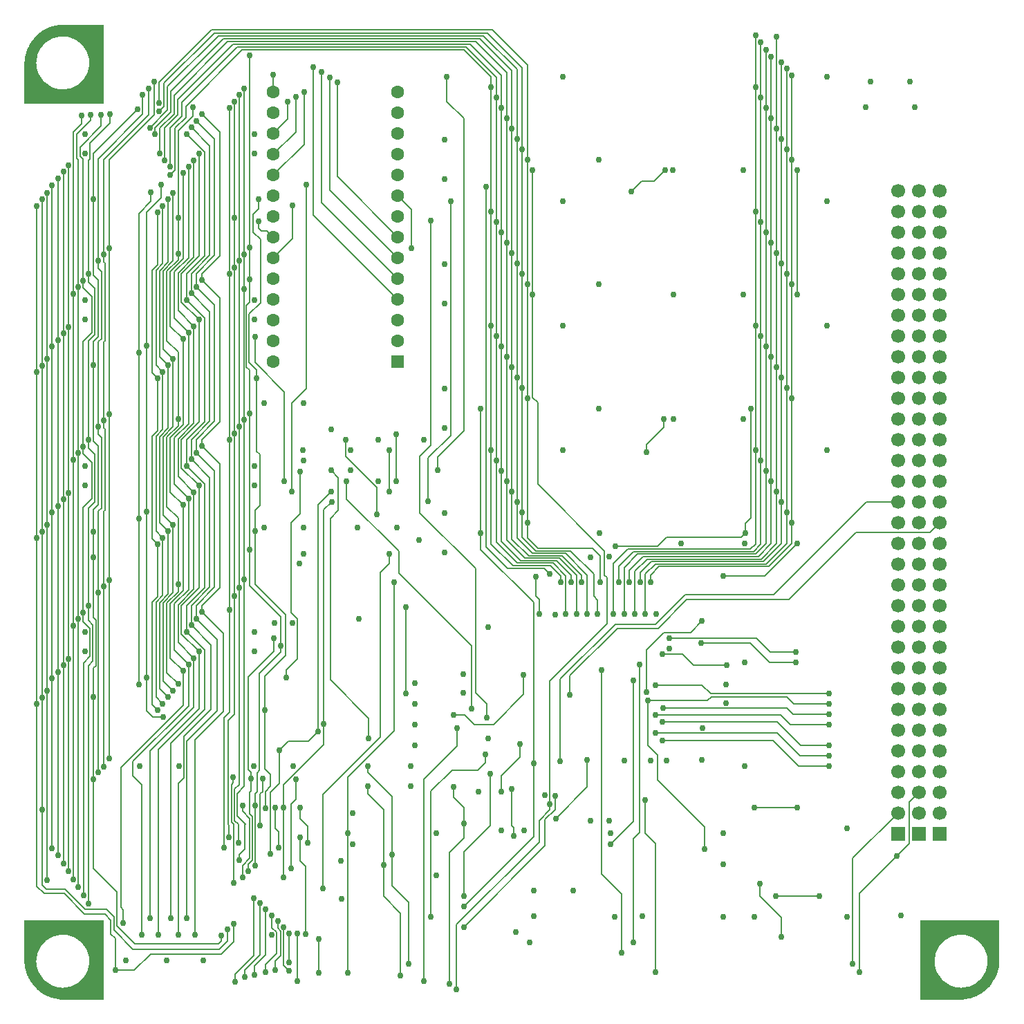
<source format=gbr>
G04 PCB Fabrication Data in Gerber  Example 1, created by Karel Tavernier, Filip Vermeire and Thomas Weyn*
G04 Ucamco copyright*
%TF.GenerationSoftware,Ucamco,UcamX,1.1.0-140320*%
%TF.CreationDate,2014-06-18T00:00;00+01:00*%
%FSLAX35Y35*%
%MOMM*%
%TF.FileFunction,Copper,L4,Bot,Signal*%
%TF.FilePolarity,Positive*%
%TF.Part,Single*%
%TF.SameCoordinates,f8d53b1f8c81977d8c3d0dffcc4c4bd6e6770c0f*%
%TA.AperFunction,Conductor*%
%ADD10C,0.15000*%
%TA.AperFunction,ViaPad*%
%ADD11C,0.75000*%
%TA.AperFunction,ComponentPad*%
%ADD12C,1.60000*%
%ADD13C,1.70000*%
%ADD14R,1.60000X1.60000*%
%ADD15R,1.70000X1.70000*%
%TA.AperFunction,Conductor*%
%ADD16C,0*%
G01*
G75*
%LPD*%
D10*
X7664999Y3689998D02*
X8394995D01*
X8439999Y3734999D01*
X9369999D01*
X9454495Y3650498D01*
X9882998D01*
X8359999Y1874998D02*
Y2145000D01*
X7784999Y2720000D01*
Y3024998D01*
X7664999Y3144998D01*
Y3689998D01*
X9034999Y1450000D02*
Y1299998D01*
X9299997Y1034999D01*
Y795000D01*
X9234998Y1299998D02*
X9764997D01*
X8964999Y2379998D02*
X9494998D01*
X7754999Y3515000D02*
X9289994D01*
X9408498Y3396498D01*
X9882998D01*
X7209999Y1934998D02*
X7484999Y2209998D01*
Y3943498D01*
X7754999Y3294997D02*
X9249994D01*
X9529499Y3015498D01*
X9885815D01*
X7844999Y3429998D02*
X9244998D01*
X9532498Y3142498D01*
X9882998D01*
X7854999Y3599998D02*
X9364998D01*
X9441498Y3523498D01*
X9882998D01*
X5009998Y1044999D02*
Y2584999D01*
X5264999Y2840000D01*
X5579999D01*
X5674998Y2934998D01*
Y3029999D01*
X7759738Y3883498D02*
X8327037D01*
X8433039Y3777498D01*
X9882998D01*
X5009998Y9569999D02*
Y6814998D01*
X4874999Y6679997D01*
Y5989998D01*
X5554998Y5310000D01*
Y3789998D01*
X5694998Y3649998D01*
Y3485000D01*
X4705000Y3779998D02*
Y4834999D01*
X3369999Y839999D02*
Y260000D01*
X4919998Y260000D02*
Y2730000D01*
X5328499Y3138498D01*
Y3353499D01*
X5284999Y3515000D02*
X5424998D01*
X5539999Y3399999D01*
X5774998D01*
X6144999Y3769998D01*
Y4004999D01*
X5410000Y919998D02*
X6407549Y1917548D01*
Y2234669D01*
X6529997Y2357118D01*
Y2524999D01*
X2474999Y1889999D02*
Y3485000D01*
X2539998Y3549998D01*
Y4806137D01*
Y6885999D01*
X2539998Y8917999D02*
Y6885999D01*
X2539998Y10949999D02*
Y8917999D01*
X3104998Y2381819D02*
Y2125759D01*
X3144998Y2085759D01*
Y1889999D01*
X4499999Y6761998D02*
Y6254999D01*
X5410000Y1299998D02*
Y1839999D01*
X5733248Y2163250D01*
Y2796289D01*
X7344994Y599999D02*
Y1319998D01*
X7094995Y1570000D01*
Y4063500D01*
X7840896Y4263499D02*
X8084147D01*
X8222338Y4125308D01*
X8626818D01*
X7484999Y729999D02*
Y1999999D01*
X7564999Y2079999D01*
Y4134998D01*
X4974999Y6129998D02*
Y6664998D01*
X5249997Y6939999D01*
Y9809998D01*
X6535047Y2246559D02*
X6919999Y2631509D01*
Y2964998D01*
X9885815Y2888498D02*
X9511498D01*
X9194998Y3204998D01*
X7844999D01*
X3078996Y9365498D02*
X2999496Y9444998D01*
X2929997D01*
X2897386Y9477609D01*
Y9559999D01*
X304998Y1490000D02*
Y3810998D01*
Y5842998D01*
Y7874998D01*
Y9909998D01*
X3634999Y774997D02*
Y354998D01*
X5618996Y5745998D02*
Y5540998D01*
X6264999Y4894999D01*
Y2924998D01*
X5618996Y7269998D02*
Y5745998D01*
X6264999Y2924998D02*
Y2029999D01*
X5410000Y1174999D01*
X8857496Y5745998D02*
X8806498Y5694998D01*
X7894996D01*
X7779997Y5579999D01*
X7264997D01*
X8924499Y7269998D02*
Y5927758D01*
X8857496Y5860758D01*
Y5745998D01*
X3964999Y6889999D02*
Y6684287D01*
X4349999Y6299289D01*
Y5975000D01*
X8584997Y5219997D02*
X9095039D01*
X9492496Y5617459D01*
Y5618998D01*
X3239999Y3972499D02*
Y4070719D01*
X3375000Y4205720D01*
Y4695419D01*
X3298688Y4771728D01*
Y5866369D01*
X3409999Y5977679D01*
Y6499997D01*
X5089998Y6509997D02*
Y6674998D01*
X5414998Y6999999D01*
Y10819999D01*
X5204999Y11029999D01*
Y11334999D01*
X7644996Y6734998D02*
Y6824998D01*
X7859997Y7039999D01*
Y7139999D01*
X4584995Y6379998D02*
Y6954998D01*
X2852738Y8144259D02*
Y7833208D01*
X3214998Y7470948D01*
Y6379998D01*
X3304995Y6254999D02*
Y7334997D01*
X3479998Y7509998D01*
Y10009998D01*
X3784999Y6509997D02*
X3874999Y6419998D01*
Y6019757D01*
X3776896Y5921660D01*
Y3946878D01*
X4246210Y3477568D01*
Y3227500D01*
X7646205Y3796218D02*
Y4315910D01*
X7857018Y4526720D01*
X8188158D01*
X8326138Y4664698D01*
X10983999Y2570998D02*
X10864998Y2451999D01*
Y1939999D01*
X10714058Y1789059D01*
X3990000Y2065000D02*
Y360002D01*
X4557698Y5145979D02*
Y3322699D01*
X3990000Y2754999D01*
Y2065000D01*
X7629998Y2474999D02*
Y2069999D01*
X7754999Y1944998D01*
Y364998D01*
X10254999Y364998D02*
Y1329998D01*
X10714058Y1789059D01*
X1432446Y3892499D02*
Y5924499D01*
Y7956497D01*
Y9658498D01*
X1581569Y9807618D01*
Y9920509D01*
X3683706Y1394049D02*
Y2543488D01*
X4389758Y3249539D01*
Y5260668D01*
X4498549Y5369459D01*
Y5490820D01*
X5685120Y9982337D02*
Y5574269D01*
X5950329Y5309057D01*
X6397188D01*
X6463498Y5242748D01*
X4602996Y9873498D02*
X4769998Y9706498D01*
Y9234998D01*
X180000Y3650999D02*
Y1419997D01*
X270000Y1329998D01*
X518008D01*
X768010Y1079998D01*
X1014997D01*
X1089998Y1005000D01*
Y835000D01*
X1144999Y779999D01*
Y388481D01*
X180000Y5682999D02*
Y3650999D01*
X180000Y7714999D02*
Y5682999D01*
X180000Y9749999D02*
Y7714999D01*
X1144999Y388481D02*
X1373310D01*
X1574828Y589999D01*
X2444999D01*
X2594999Y739999D01*
Y959998D01*
X2599998Y4974999D02*
Y3525000D01*
X2524999Y3449998D01*
Y2175000D01*
X2534996Y2165000D01*
Y2019999D01*
X2599998Y6965999D02*
Y4974999D01*
X2599998Y8997999D02*
Y6965999D01*
X2599998Y9604998D02*
Y8997999D01*
X2599998Y11029999D02*
Y9604998D01*
X3405000Y2019999D02*
Y1729999D01*
X3469998Y1664998D01*
Y835000D01*
X3078996Y9111498D02*
X3314995Y9347497D01*
Y9754997D01*
X1914998Y3893998D02*
X1774995Y4033998D01*
Y4885998D01*
X1914998Y5026000D01*
Y5114747D01*
Y5925998D01*
X1774995Y6065998D01*
Y6917998D01*
X1914998Y7057997D01*
Y7143298D01*
Y7957998D01*
X1774995Y8097998D01*
Y8949998D01*
X1914998Y9089997D01*
Y9165308D01*
Y9604998D01*
Y10670967D01*
X2090618Y10846588D01*
Y10955008D01*
X1849999Y3813998D02*
X1729999Y3933998D01*
Y4890999D01*
X1849999Y5010999D01*
Y5845998D01*
X1729999Y5965998D01*
Y6922999D01*
X1849999Y7042999D01*
Y7877998D01*
X1729999Y7997998D01*
Y8954999D01*
X1849999Y9074999D01*
Y9909998D01*
X2944998Y2740000D02*
Y2576939D01*
X2914998Y2546940D01*
Y2159998D01*
X1789999Y3733998D02*
X1684998Y3838999D01*
Y4890999D01*
X1789999Y4996000D01*
Y5765998D01*
X1684998Y5870999D01*
Y6922999D01*
X1789999Y7027997D01*
Y7797998D01*
X1684998Y7902997D01*
Y8954999D01*
X1789999Y9059997D01*
Y9829998D01*
X1724998Y3653999D02*
X1642999Y3736000D01*
Y4895998D01*
X1724998Y4977999D01*
Y5685999D01*
X1642999Y5768000D01*
Y6927998D01*
X1724998Y7009999D01*
Y7717999D01*
X1642999Y7799997D01*
Y8959998D01*
X1724998Y9041999D01*
Y9749999D01*
X1664998Y3573999D02*
X1597998Y3640999D01*
Y4895998D01*
X1664998Y4962998D01*
Y5605999D01*
X1597998Y5672999D01*
Y6927998D01*
X1664998Y6994998D01*
Y7637999D01*
X1597998Y7704999D01*
Y8959998D01*
X1664998Y9026998D01*
Y9669999D01*
X2851839Y5771518D02*
Y5118458D01*
X3229059Y4741238D01*
Y4247678D01*
X2975869Y3994488D01*
Y3572498D01*
X2876799Y7636498D02*
Y6741628D01*
X2912639Y6705788D01*
Y6079617D01*
X2851839Y6018817D01*
Y5771518D01*
X2898049Y9834619D02*
Y9714817D01*
X2828928Y9645699D01*
Y9429118D01*
X2919997Y9338049D01*
Y8563519D01*
X2780000Y8423519D01*
Y7835547D01*
X2876799Y7738748D01*
Y7636498D01*
X2975869Y3572498D02*
Y2859139D01*
X3043708Y2791298D01*
Y2640508D01*
X2979870Y2576668D01*
Y2375810D01*
X3204998Y1527419D02*
Y2379998D01*
Y2664999D01*
X3694999Y3154998D01*
Y3405000D01*
Y6030257D01*
X3791738Y6126998D01*
X3148668Y3086979D02*
Y2677838D01*
X3039870Y2569038D01*
Y1819009D01*
X3041150Y1817728D01*
X3624999Y3314997D02*
X3506795Y3196799D01*
X3258488D01*
X3148668Y3086979D01*
X3788418Y6253998D02*
X3624999Y6090577D01*
Y3314997D01*
X3973630Y6380998D02*
Y6161669D01*
X4612988Y5522308D01*
Y5255550D01*
X5505788Y4362747D01*
Y3595010D01*
X244998Y2359998D02*
Y1434999D01*
X294998Y1384999D01*
X524995D01*
X774995Y1134999D01*
X1034997D01*
X1124999Y1044999D01*
Y879998D01*
X1359998Y644998D01*
X2414999D01*
X2514999Y744997D01*
Y889998D01*
X244998Y3730999D02*
Y2359998D01*
X244998Y5762999D02*
Y3730999D01*
X244998Y7794999D02*
Y5762999D01*
X244998Y9829998D02*
Y7794999D01*
X6334999Y4749998D02*
Y4929150D01*
X6290818Y4973328D01*
Y5211359D01*
X4602996Y9365498D02*
X3859998Y10108499D01*
Y11264999D01*
X875000Y2724999D02*
Y1634998D01*
X1159995Y1349998D01*
Y929998D01*
X1379995Y709999D01*
X2409995D01*
X2444999Y744997D01*
Y815000D01*
X875000Y3732500D02*
Y2724999D01*
X875000Y5448318D02*
Y4709998D01*
X905000Y4679999D01*
Y4120000D01*
X875000Y4090000D01*
Y3732500D01*
X875000Y5759100D02*
Y5448318D01*
X875000Y7796497D02*
Y6867998D01*
X935000Y6807998D01*
Y6090877D01*
X875000Y6030877D01*
Y5759100D01*
X875000Y9828497D02*
Y8899998D01*
X935000Y8839998D01*
Y8151168D01*
X875000Y8091168D01*
Y7796497D01*
X1414999Y10931909D02*
X875000Y10391907D01*
Y9828497D01*
X4602996Y9111498D02*
X3769998Y9944499D01*
Y11324999D01*
X935000Y2810000D02*
Y5016000D01*
Y6011708D01*
X975000Y6051708D01*
Y6912999D01*
X935000Y6952999D01*
Y7047997D01*
Y8085818D01*
X975000Y8125818D01*
Y8944999D01*
X935000Y8984999D01*
Y9079997D01*
Y10326909D01*
X1480000Y10871909D01*
Y11109998D01*
X2584999Y2754999D02*
Y2684999D01*
X2564996Y2664999D01*
Y2205000D01*
X2594999Y2175000D01*
Y1454999D01*
X4602996Y8857498D02*
X3669995Y9790499D01*
Y11389998D01*
X1005000Y5090998D02*
Y2884998D01*
X1005000Y7122998D02*
Y7027997D01*
X1014997Y7017997D01*
Y6024057D01*
X1005000Y6014057D01*
Y5090998D01*
X1005000Y9154998D02*
Y9059997D01*
X1014997Y9049997D01*
Y8095869D01*
X1005000Y8085869D01*
Y7122998D01*
X1550000Y11189998D02*
Y10861157D01*
X1005000Y10316157D01*
Y9154998D01*
X2699997Y1530000D02*
Y1669999D01*
X2790000Y1759999D01*
Y2249998D01*
X2699997Y2339998D01*
Y2409998D01*
X4602996Y8603498D02*
X3569998Y9636499D01*
Y11449998D01*
X1069998Y5170998D02*
Y2984998D01*
X1069998Y7202998D02*
Y5170998D01*
X1069998Y9234998D02*
Y7202998D01*
X1620000Y11269998D02*
Y10864368D01*
X1069998Y10314369D01*
Y9234998D01*
X2770000Y1604998D02*
Y1689999D01*
X2820000Y1739999D01*
Y2275000D01*
X2788996Y2305998D01*
Y2564999D01*
X2804996Y2580998D01*
Y2740000D01*
Y2810000D01*
X2770000Y2844998D01*
Y3984508D01*
X3083088Y4297599D01*
Y4458109D01*
X2784996Y5541379D02*
Y5099998D01*
X3164998Y4719998D01*
Y4366588D01*
X2784996Y7205998D02*
Y5541379D01*
X2784996Y8849998D02*
Y8566658D01*
X2750000Y8531657D01*
Y7773749D01*
X2784996Y7738748D01*
Y7205998D01*
X2784996Y9237998D02*
Y8849998D01*
X2785278Y11596797D02*
X2784996Y11596518D01*
Y9237998D01*
X2854998Y2404999D02*
Y1669999D01*
X3164998Y4366588D02*
Y4283289D01*
X2910000Y4028288D01*
Y2834998D01*
X2880000Y2804998D01*
Y2579998D01*
X2854998Y2554999D01*
Y2404999D01*
X2720000Y5174999D02*
Y2639998D01*
X2634999Y2554999D01*
Y2279998D01*
X2734999Y2179998D01*
X2730000D01*
Y1875859D01*
X2657658Y1803520D01*
Y1737218D01*
X2720000Y7129978D02*
Y5174999D01*
X2720000Y8729998D02*
Y7129978D01*
X2720000Y9157998D02*
Y8729998D01*
X2720000Y11189998D02*
Y9157998D01*
X3299999Y1635069D02*
Y2424999D01*
X3355000Y2479998D01*
Y2724999D01*
X2659995Y5074999D02*
Y2664999D01*
X2604999Y2609998D01*
Y2225000D01*
X2654999Y2175000D01*
Y1949999D01*
X2659995Y7045998D02*
Y5074999D01*
X2659995Y9077998D02*
Y7045998D01*
X2659995Y11109998D02*
Y9077998D01*
X3499998Y1949999D02*
Y2155000D01*
X3405000Y2249998D01*
Y2379998D01*
X1239998Y969998D02*
Y1129998D01*
X1209998Y1159998D01*
Y2870000D01*
X1974998Y3634999D01*
Y4053998D01*
X1814998Y4213997D01*
Y4880999D01*
X1974998Y5040999D01*
Y6085998D01*
X1814998Y6245997D01*
Y6912999D01*
X1974998Y7072999D01*
Y8117998D01*
X1814998Y8277997D01*
Y8944999D01*
X1974998Y9104999D01*
Y10149998D01*
X2834998Y1274999D02*
Y569999D01*
X2609998Y344998D01*
Y244998D01*
X9428996Y5872998D02*
Y5617020D01*
X9146977Y5334998D01*
X7799997D01*
X7694999Y5229997D01*
Y5144999D01*
X9428996Y7396998D02*
Y5872998D01*
X9428996Y8793998D02*
Y7396998D01*
X9428996Y10317998D02*
Y8793998D01*
X9428996Y11344999D02*
Y10317998D01*
X1470000Y825000D02*
Y2659997D01*
X1359998Y2770000D01*
Y2944998D01*
X2039999Y3624999D01*
Y4133998D01*
X1864998Y4308998D01*
Y4875998D01*
X2039999Y5050999D01*
Y6165998D01*
X1864998Y6340998D01*
Y6907998D01*
X2039999Y7082999D01*
Y8197998D01*
X1864998Y8372998D01*
Y8939998D01*
X2039999Y9114999D01*
Y10229998D01*
X2914998Y1209998D02*
Y579999D01*
X2724999Y389999D01*
Y304998D01*
X9364998Y11429998D02*
Y10444998D01*
X9365496D01*
X9365496Y5999998D02*
Y5613949D01*
X9116545Y5364998D01*
X7759995D01*
X7634996Y5240000D01*
Y4755000D01*
X9365496Y7523998D02*
Y5999998D01*
X9365496Y8920998D02*
Y7523998D01*
X9365496Y10444998D02*
Y8920998D01*
X689999Y1409997D02*
Y4690999D01*
Y6722999D01*
Y8754999D01*
Y10314999D01*
X674998Y10329997D01*
Y10624998D01*
X845000Y10794998D01*
Y10864998D01*
X1564998Y10704998D02*
X1783388Y10923387D01*
Y11210077D01*
X2404349Y11831038D01*
X5653956D01*
X6063496Y11421499D01*
Y10571998D01*
X6063496Y6126998D02*
Y5686499D01*
X6254999Y5494998D01*
X6654998D01*
X6919999Y5229997D01*
Y4755000D01*
X6063496Y7650998D02*
Y6126998D01*
X6063496Y9047998D02*
Y7650998D01*
X6063496Y10571998D02*
Y9047998D01*
X629996Y1504999D02*
Y4610999D01*
Y6642999D01*
Y8674999D01*
Y10654998D01*
X729999Y10754998D01*
Y10854998D01*
X1630000Y10624998D02*
Y10707198D01*
X1822699Y10899897D01*
Y11153648D01*
X2463610Y11794559D01*
X5610439D01*
X5999996Y11404999D01*
Y10698998D01*
X5999996Y6253998D02*
Y5669999D01*
X6204999Y5464998D01*
X6614996D01*
X6854995Y5224999D01*
Y5144999D01*
X5999996Y7777998D02*
Y6253998D01*
X5999996Y9174998D02*
Y7777998D01*
X5999996Y10698998D02*
Y9174998D01*
X569999Y1600000D02*
Y4205999D01*
Y6237999D01*
Y8269999D01*
Y10249998D01*
X1689997Y10389997D02*
Y10703507D01*
X1862648Y10876158D01*
Y11106298D01*
X2518268Y11761917D01*
X5553078D01*
X5936496Y11378499D01*
Y10825998D01*
X5936496Y6380998D02*
Y5658498D01*
X6159998Y5434998D01*
X6579997D01*
X6789999Y5224999D01*
Y4755000D01*
X5936496Y7904998D02*
Y6380998D01*
X5936496Y9301998D02*
Y7904998D01*
X5936496Y10825998D02*
Y9301998D01*
X509999Y1694998D02*
Y4125999D01*
Y6157999D01*
Y8189999D01*
Y10169998D01*
X1749999Y10309997D02*
Y10704139D01*
X1907939Y10862079D01*
Y11053029D01*
X2586109Y11731199D01*
X5488798D01*
X5872996Y11346998D01*
Y10952998D01*
X5872996Y6507998D02*
Y5641998D01*
X6109998Y5404998D01*
X6544999D01*
X6724998Y5224999D01*
Y5144999D01*
X5872996Y8031998D02*
Y6507998D01*
X5872996Y9428998D02*
Y8031998D01*
X5872996Y10952998D02*
Y9428998D01*
X444998Y1794998D02*
Y4040998D01*
Y6072998D01*
Y8104998D01*
Y10089998D01*
X1814998Y10229998D02*
Y10703997D01*
X1960408Y10849407D01*
Y11021017D01*
X2634110Y11694719D01*
X5440276D01*
X5809496Y11325497D01*
Y11079998D01*
X5809496Y6634998D02*
Y5630500D01*
X6064997Y5374998D01*
X6504999D01*
X6659997Y5219997D01*
Y4755000D01*
X5809496Y8158998D02*
Y6634998D01*
X5809496Y9555998D02*
Y8158998D01*
X5809496Y11079998D02*
Y9555998D01*
X370000Y1884998D02*
Y3965999D01*
Y5997999D01*
Y8029997D01*
Y10004999D01*
X1814396Y10129998D02*
X1874998Y10190597D01*
Y10701038D01*
X2005056Y10831099D01*
Y10969928D01*
X2693365Y11658237D01*
X5416759D01*
X5745996Y11328997D01*
Y11206998D01*
X5745996Y6761998D02*
Y5608998D01*
X6009998Y5344998D01*
X6469995D01*
X6594996Y5219997D01*
Y5144999D01*
X5745996Y8285998D02*
Y6761998D01*
X5745996Y9682998D02*
Y8285998D01*
X5745996Y11206998D02*
Y9682998D01*
X2105000Y4213997D02*
Y3609998D01*
X1570000Y3074998D01*
Y1024999D01*
X2105000Y6245997D02*
Y5057999D01*
X1912999Y4865998D01*
Y4405999D01*
X2105000Y4213997D01*
X2105000Y8277997D02*
Y7089999D01*
X1912999Y6897998D01*
Y6437999D01*
X2105000Y6245997D01*
X2105000Y10309997D02*
Y9121999D01*
X1912999Y8929998D01*
Y8469999D01*
X2105000Y8277997D01*
X2850000Y334998D02*
Y445001D01*
X2984998Y579999D01*
Y1134999D01*
X7569998Y5144999D02*
Y5260000D01*
X7704999Y5394998D01*
X9081496D01*
X9301996Y5615498D01*
Y6126998D01*
Y7650998D01*
Y9047998D01*
Y10571998D01*
Y11509998D01*
X3078996Y11143498D02*
Y11354999D01*
X3079999D01*
X1669997Y825000D02*
Y3094998D01*
X2169996Y3594999D01*
Y4294000D01*
X1952999Y4511000D01*
Y4855998D01*
X2169996Y5072997D01*
Y6325997D01*
X1952999Y6542997D01*
Y6887998D01*
X2169996Y7104997D01*
Y8357997D01*
X1952999Y8574997D01*
Y8919998D01*
X2169996Y9136997D01*
Y10389997D01*
X3059999Y1064999D02*
Y909998D01*
X3114998Y855000D01*
Y594998D01*
X2979999Y459999D01*
Y364998D01*
X9238496Y6253998D02*
Y5612798D01*
X9050696Y5424998D01*
X7654996D01*
X7504999Y5274999D01*
Y4755000D01*
X9238496Y7777998D02*
Y6253998D01*
X9238496Y9174998D02*
Y7777998D01*
X9238496Y10698998D02*
Y9174998D01*
X9238496Y11824998D02*
Y10698998D01*
X2014995Y4533999D02*
X2239998Y4308998D01*
Y3584999D01*
X1819999Y3164998D01*
Y1024999D01*
X2014995Y6565999D02*
X2235000Y6345997D01*
Y5076000D01*
X2014995Y4855998D01*
Y4533999D01*
X2014995Y8597999D02*
X2235000Y8377997D01*
Y7107997D01*
X2014995Y6887998D01*
Y6565999D01*
X2014995Y10629999D02*
X2235000Y10409997D01*
Y9139997D01*
X2014995Y8919998D01*
Y8597999D01*
X3104998Y394998D02*
Y504998D01*
X3169996Y569999D01*
Y869999D01*
X3134998Y905000D01*
Y995000D01*
X7439998Y5144999D02*
Y5290000D01*
X7604999Y5454998D01*
X9016609D01*
X9174996Y5613388D01*
Y6380998D01*
Y7904998D01*
Y9301998D01*
Y10825998D01*
Y11574999D01*
X3078996Y10635498D02*
X3254998Y10811498D01*
Y11024997D01*
X2074997Y4613999D02*
X2314997Y4374000D01*
Y3579998D01*
X1984998Y3249999D01*
Y2744999D01*
X1919996Y2679997D01*
Y825000D01*
X2074997Y6645999D02*
X2299998Y6420998D01*
Y5080998D01*
X2074997Y4855998D01*
Y4613999D01*
X2074997Y8677999D02*
X2299998Y8452998D01*
Y7112998D01*
X2074997Y6887998D01*
Y6645999D01*
X2074997Y10709999D02*
X2299998Y10484998D01*
Y9144998D01*
X2074997Y8919998D01*
Y8677999D01*
X3269999Y384998D02*
X3204998Y449999D01*
Y919998D01*
X7374994Y4755000D02*
Y5320000D01*
X7539998Y5484998D01*
X8984379D01*
X9111496Y5612118D01*
Y6507998D01*
Y8031998D01*
Y9428998D01*
Y10952998D01*
Y11664999D01*
X3078996Y10381498D02*
X3355000Y10657497D01*
Y11084997D01*
X2135000Y4693999D02*
X2389998Y4438998D01*
Y3564999D01*
X2019999Y3194998D01*
Y1024999D01*
X2135000Y6725999D02*
X2359998Y6500998D01*
Y5080998D01*
X2135000Y4855998D01*
Y4693999D01*
X2135000Y8757999D02*
X2359998Y8532998D01*
Y7112998D01*
X2135000Y6887998D01*
Y6725999D01*
X2135000Y10789999D02*
X2359998Y10564998D01*
Y9144998D01*
X2135000Y8919998D01*
Y8757999D01*
X3269999Y485001D02*
Y839999D01*
X7309998Y5144999D02*
Y5340000D01*
X7484999Y5514998D01*
X8957879D01*
X9047996Y5605120D01*
Y6634998D01*
Y8158998D01*
Y9555998D01*
Y11079998D01*
Y11754998D01*
X3078996Y10127498D02*
X3455000Y10503497D01*
Y11144997D01*
X2205000Y4773999D02*
X2464999Y4513999D01*
Y3554999D01*
X2119999Y3209999D01*
Y825000D01*
X2205000Y6805999D02*
X2424999Y6585999D01*
Y5070998D01*
X2205000Y4850999D01*
Y4773999D01*
X2205000Y8837999D02*
X2424999Y8617999D01*
Y7102998D01*
X2205000Y6882999D01*
Y6805999D01*
X2205000Y10869999D02*
X2424999Y10649999D01*
Y9134998D01*
X2205000Y8914999D01*
Y8837999D01*
X7244997Y4755000D02*
Y5370000D01*
X7419998Y5544998D01*
X8920267D01*
X8984496Y5609230D01*
Y6761998D01*
Y8285998D01*
Y9682998D01*
Y11206998D01*
Y11834998D01*
X815000Y1204999D02*
Y4120000D01*
X869999Y4174998D01*
Y4619999D01*
X815000Y4675000D01*
Y4850999D01*
Y6047738D01*
X895000Y6127738D01*
Y6707998D01*
X815000Y6787998D01*
Y6882999D01*
Y8096509D01*
X895000Y8176509D01*
Y8739998D01*
X815000Y8819998D01*
Y8914999D01*
Y10309997D01*
X829999Y10324999D01*
Y10514998D01*
X1079998Y10764998D01*
Y10869999D01*
X1679997Y11009999D02*
Y11264377D01*
X2320615Y11904998D01*
X5759999D01*
X6190496Y11474499D01*
Y10317998D01*
X6190496Y5872998D02*
Y5684500D01*
X6319998Y5554998D01*
X6984998D01*
X7079999Y5459999D01*
Y5144999D01*
X6190496Y7396998D02*
Y5872998D01*
X6190496Y8793998D02*
Y7396998D01*
X6190496Y10317998D02*
Y8793998D01*
X749999Y4770999D02*
Y4659999D01*
X835000Y4574997D01*
Y4234998D01*
X754995Y4154998D01*
Y1309998D01*
X749999Y6802999D02*
Y6712999D01*
X855000Y6607998D01*
Y6164608D01*
X749999Y6059607D01*
Y4770999D01*
X749999Y8834999D02*
Y8744999D01*
X855000Y8639998D01*
Y8194939D01*
X749999Y8089938D01*
Y6802999D01*
X969998Y10864998D02*
Y10729999D01*
X709999Y10469997D01*
Y10359997D01*
X749999Y10319997D01*
Y8834999D01*
X6126996Y5999998D02*
Y7523998D01*
Y8920998D01*
Y10444998D01*
Y11442997D01*
X5702478Y11867518D01*
X2356348D01*
X1739999Y11251169D01*
Y10969999D01*
X1679997Y10909999D01*
X7049999Y4755000D02*
Y4923498D01*
X7003499Y4969998D01*
Y5241499D01*
X6719994Y5524998D01*
X6289998D01*
X6126996Y5687998D01*
Y5999998D01*
X5320000Y154999D02*
Y949998D01*
X6331519Y1961518D01*
Y2220819D01*
X6464999Y2354298D01*
Y2419998D01*
X6253996Y8666998D02*
Y7400999D01*
X6314999Y7339998D01*
Y6339998D01*
X7134995Y5519999D01*
Y5229997D01*
X7164997Y5199997D01*
Y4635000D01*
X6464999Y3934999D01*
Y2419998D01*
X6253996Y10190998D02*
Y8666998D01*
X7879596Y10190998D02*
X7739896Y10051298D01*
X7694999Y10049998D01*
X7589998D01*
X7464999Y9924997D01*
X9492496Y8666998D02*
Y10190998D01*
X1525377Y3972499D02*
Y6004499D01*
Y8036499D01*
Y9668998D01*
X1705219Y9848838D01*
Y10013699D01*
X1730939Y3493498D02*
X1599619D01*
X1525377Y3567738D01*
Y3972499D01*
X4234998Y2639998D02*
Y2549998D01*
X4429999Y2354999D01*
Y1679999D01*
Y1294999D01*
X4635000Y1089998D01*
Y324998D01*
X8319999Y4394998D02*
X8919998D01*
X9154996Y4160000D01*
X9474998D01*
X11237999Y5872998D02*
X11115655Y5750659D01*
X10215299D01*
X9390977Y4926338D01*
X8136578D01*
X7787899Y4577659D01*
X7291258D01*
X6712189Y3998588D01*
Y3765629D01*
X5872996Y2579899D02*
Y2770279D01*
X6098497Y2995778D01*
Y3158498D01*
X10729999Y6126998D02*
X10340759D01*
X9204607Y4990849D01*
X8122234D01*
X7755646Y4624258D01*
X7264649D01*
X6593497Y3953109D01*
Y2950269D01*
X5999229Y2607740D02*
Y2159998D01*
X6024575Y2134649D01*
Y2033278D01*
X5234999Y225001D02*
Y1829999D01*
X5410000Y2004998D01*
Y2189998D01*
Y2384999D01*
X5284999Y2509998D01*
Y2634999D01*
X7929997Y4459999D02*
X8989998D01*
X9164996Y4284998D01*
X9474998D01*
X10729999Y2316998D02*
X10174996Y1761998D01*
Y465001D01*
X4234998Y2890000D02*
Y2810000D01*
X4529999Y2514999D01*
Y1809999D01*
Y1424999D01*
X4735000Y1219998D01*
Y465001D01*
D11*
X7664999Y3689998D03*
X8359999Y1874998D03*
X9882998Y3650498D03*
X9034999Y1450000D03*
X9299997Y795000D03*
X9234998Y1299998D03*
X9764997D03*
X8964999Y2379998D03*
X9494998D03*
X7754998Y3515000D03*
X9882998Y3396498D03*
X7209999Y1934997D03*
X7484999Y3943497D03*
X7754998Y3294997D03*
X9885815Y3015498D03*
X7844999Y3429998D03*
X9882998Y3142498D03*
X7854998Y3599998D03*
X9882998Y3523498D03*
X5009998Y1044999D03*
X5674997Y3029999D03*
X7759738Y3883497D03*
X9882998Y3777498D03*
X5009998Y9569999D03*
X5694997Y3485000D03*
X4704999Y3779998D03*
Y4834999D03*
X3369999Y260000D03*
Y839999D03*
X4919998Y260000D03*
X5328499Y3353499D03*
X5284999Y3515000D03*
X6144999Y4004999D03*
X5410000Y919998D03*
X6529997Y2524999D03*
X2474999Y1889999D03*
X2539997Y4806137D03*
Y6885999D03*
Y8917998D03*
Y10949999D03*
X3104998Y2381819D03*
X3144998Y1889999D03*
X4499998Y6254999D03*
Y6761998D03*
X5410000Y1299998D03*
X5733248Y2796289D03*
X7094995Y4063500D03*
X7344994Y599999D03*
X7840896Y4263499D03*
X8626818Y4125308D03*
X7484999Y729998D03*
X7564999Y4134998D03*
X4974999Y6129998D03*
X5249997Y9809998D03*
X6535047Y2246559D03*
X6919999Y2964998D03*
X7844999Y3204997D03*
X9885815Y2888498D03*
X304998Y1490000D03*
Y3810998D03*
Y5842998D03*
Y7874998D03*
Y9909998D03*
X2897385Y9559999D03*
X3634999Y354998D03*
Y774997D03*
X5410000Y1174999D03*
X5618996Y5745998D03*
Y7269998D03*
X6264999Y2924998D03*
X7264997Y5579999D03*
X8857495Y5745998D03*
X8924499Y7269998D03*
X3964999Y6889999D03*
X4349999Y5975000D03*
X8584997Y5219997D03*
X9492496Y5618998D03*
X3239999Y3972499D03*
X3409999Y6499997D03*
X5089998Y6509997D03*
X5204999Y11334999D03*
X7644996Y6734998D03*
X7859997Y7139999D03*
X4584995Y6379997D03*
Y6954997D03*
X2852738Y8144259D03*
X3214997Y6379997D03*
X3304995Y6254999D03*
X3479998Y10009998D03*
X3784999Y6509997D03*
X4246210Y3227499D03*
X7646205Y3796218D03*
X8326138Y4664698D03*
X3990000Y360002D03*
Y2065000D03*
X4557698Y5145979D03*
X7629997Y2474999D03*
X7754998Y364998D03*
X10254998D03*
X10714058Y1789059D03*
X1432446Y3892499D03*
Y5924499D03*
Y7956497D03*
X1581569Y9920509D03*
X3683706Y1394048D03*
X4498549Y5490819D03*
X5685120Y9982337D03*
X6463498Y5242748D03*
X180000Y3650998D03*
Y5682999D03*
Y7714999D03*
Y9749999D03*
X1144999Y388480D03*
X2594998Y959998D03*
X4769998Y9234998D03*
X2534996Y2019998D03*
X2599998Y4974999D03*
Y6965998D03*
Y8997998D03*
Y9604997D03*
Y11029998D03*
X3404999Y2019998D03*
X3469998Y835000D03*
X1914997Y3893998D03*
Y5114747D03*
Y7143298D03*
Y9165308D03*
Y9604997D03*
X2090618Y10955007D03*
X3314995Y9754997D03*
X1849999Y3813998D03*
Y5845998D03*
Y7877998D03*
Y9909998D03*
X2914998Y2159998D03*
X2944998Y2739999D03*
X1789999Y3733998D03*
Y5765998D03*
Y7797998D03*
Y9829998D03*
X1724998Y3653999D03*
Y5685998D03*
Y7717999D03*
Y9749999D03*
X1664998Y3573999D03*
Y5605999D03*
Y7637999D03*
Y9669999D03*
X2851839Y5771517D03*
X2876799Y7636498D03*
X2898048Y9834618D03*
X2975869Y3572498D03*
X2979870Y2375809D03*
X3204997Y1527419D03*
Y2379998D03*
X3694999Y3404999D03*
X3791738Y6126998D03*
X3041150Y1817728D03*
X3148668Y3086979D03*
X3624999Y3314997D03*
X3788418Y6253998D03*
X3973630Y6380998D03*
X5505788Y3595010D03*
X244998Y2359998D03*
Y3730999D03*
Y5762999D03*
Y7794999D03*
Y9829998D03*
X2514999Y889998D03*
X6290818Y5211358D03*
X6334999Y4749998D03*
X875000Y2724999D03*
Y3732499D03*
Y5448318D03*
Y5759100D03*
Y7796497D03*
Y9828497D03*
X1414999Y10931908D03*
X2444999Y815000D03*
X3859998Y11264999D03*
X935000Y2809999D03*
Y5015999D03*
Y7047997D03*
Y9079997D03*
X1480000Y11109998D03*
X2584998Y2754999D03*
X2594998Y1454999D03*
X3769998Y11324999D03*
X1005000Y2884998D03*
Y5090998D03*
Y7122998D03*
Y9154998D03*
X1550000Y11189998D03*
X2699997Y1530000D03*
Y2409997D03*
X3669995Y11389998D03*
X1069998Y2984998D03*
Y5170998D03*
Y7202998D03*
Y9234998D03*
X1620000Y11269998D03*
X2769999Y1604998D03*
X2804996Y2739999D03*
X3083088Y4458109D03*
X3569998Y11449998D03*
X2784995Y5541379D03*
Y7205998D03*
Y8849997D03*
Y9237998D03*
X2785277Y11596796D03*
X2854998Y1669999D03*
Y2404999D03*
X3164997Y4366588D03*
X2657658Y1737218D03*
X2719999Y5174998D03*
Y7129978D03*
Y8729998D03*
Y9157998D03*
Y11189998D03*
X3299998Y1635069D03*
X3354999Y2724999D03*
X2654999Y1949999D03*
X2659995Y5074998D03*
Y7045998D03*
Y9077998D03*
Y11109998D03*
X3404999Y2379998D03*
X3499998Y1949999D03*
X1239998Y969998D03*
X1974998Y4053998D03*
Y6085998D03*
Y8117998D03*
Y10149997D03*
X2609997Y244998D03*
X2834998Y1274998D03*
X7694999Y5144999D03*
X9428995Y5872998D03*
Y7396998D03*
Y8793998D03*
Y10317998D03*
Y11344999D03*
X1470000Y825000D03*
X2039998Y4133998D03*
Y6165998D03*
Y8197998D03*
Y10229997D03*
X2724999Y304998D03*
X2914998Y1209998D03*
X7634996Y4754999D03*
X9364998Y11429998D03*
X9365496Y5999998D03*
Y7523998D03*
Y8920998D03*
Y10444998D03*
X689998Y1409997D03*
Y4690999D03*
Y6722999D03*
Y8754999D03*
X845000Y10864998D03*
X1564998Y10704998D03*
X6063496Y6126998D03*
Y7650998D03*
Y9047998D03*
Y10571998D03*
X6919999Y4754999D03*
X629996Y1504999D03*
Y4610999D03*
Y6642999D03*
Y8674999D03*
X729998Y10854998D03*
X1630000Y10624998D03*
X5999995Y6253998D03*
Y7777998D03*
Y9174998D03*
Y10698998D03*
X6854995Y5144999D03*
X569999Y1600000D03*
Y4205999D03*
Y6237999D03*
Y8269999D03*
Y10249997D03*
X1689996Y10389997D03*
X5936495Y6380998D03*
Y7904998D03*
Y9301998D03*
Y10825998D03*
X6789999Y4754999D03*
X509999Y1694998D03*
Y4125999D03*
Y6157999D03*
Y8189999D03*
Y10169998D03*
X1749999Y10309997D03*
X5872996Y6507998D03*
Y8031998D03*
Y9428998D03*
Y10952998D03*
X6724998Y5144999D03*
X444998Y1794998D03*
Y4040998D03*
Y6072998D03*
Y8104998D03*
Y10089998D03*
X1814997Y10229997D03*
X5809496Y6634998D03*
Y8158998D03*
Y9555998D03*
Y11079998D03*
X6659997Y4754999D03*
X369999Y1884997D03*
Y3965999D03*
Y5997999D03*
Y8029997D03*
Y10004999D03*
X1814396Y10129997D03*
X5745996Y6761998D03*
Y8285998D03*
Y9682998D03*
Y11206998D03*
X6594995Y5144999D03*
X1570000Y1024999D03*
X2105000Y4213997D03*
Y6245997D03*
Y8277997D03*
Y10309997D03*
X2850000Y334998D03*
X2984998Y1134999D03*
X7569998Y5144999D03*
X9301996Y6126998D03*
Y7650998D03*
Y9047998D03*
Y10571998D03*
Y11509998D03*
X1669996Y825000D03*
X2169996Y4294000D03*
Y6325997D03*
Y8357997D03*
Y10389997D03*
X2979999Y364998D03*
X3059999Y1064999D03*
X3079999Y11354999D03*
X7504999Y4754999D03*
X9238495Y6253998D03*
Y7777998D03*
Y9174998D03*
Y10698998D03*
Y11824998D03*
X1819999Y1024999D03*
X2014995Y4533999D03*
Y6565999D03*
Y8597999D03*
Y10629999D03*
X3104998Y394998D03*
X3134997Y995000D03*
X7439998Y5144999D03*
X9174996Y6380998D03*
Y7904998D03*
Y9301998D03*
Y10825998D03*
Y11574999D03*
X1919996Y825000D03*
X2074997Y4613999D03*
Y6645999D03*
Y8677999D03*
Y10709999D03*
X3204997Y919998D03*
X3254997Y11024997D03*
X3269998Y384998D03*
X7374994Y4754999D03*
X9111496Y6507998D03*
Y8031998D03*
Y9428998D03*
Y10952998D03*
Y11664999D03*
X2019998Y1024999D03*
X2135000Y4693999D03*
Y6725999D03*
Y8757999D03*
Y10789999D03*
X3269998Y485000D03*
Y839999D03*
X3354999Y11084997D03*
X7309998Y5144999D03*
X9047996Y6634998D03*
Y8158998D03*
Y9555998D03*
Y11079998D03*
Y11754998D03*
X2119998Y825000D03*
X2205000Y4773999D03*
Y6805999D03*
Y8837998D03*
Y10869999D03*
X3454999Y11144997D03*
X7244997Y4754999D03*
X8984496Y6761998D03*
Y8285998D03*
Y9682998D03*
Y11206998D03*
Y11834998D03*
X815000Y1204999D03*
Y4850998D03*
Y6882999D03*
Y8914999D03*
X1079998Y10869999D03*
X1679997Y11009999D03*
X6190496Y5872998D03*
Y7396998D03*
Y8793998D03*
Y10317998D03*
X7079998Y5144999D03*
X749999Y4770999D03*
Y6802999D03*
Y8834999D03*
X754995Y1309997D03*
X969998Y10864998D03*
X1679997Y10909999D03*
X6126996Y5999998D03*
Y7523998D03*
Y8920998D03*
Y10444998D03*
X7049999Y4754999D03*
X769998Y4298999D03*
Y6330999D03*
Y8362998D03*
Y10394999D03*
X1269998Y509999D03*
X1439997Y2889999D03*
X2219998Y509999D03*
X2836997Y2889999D03*
X2850000Y4528998D03*
Y6560998D03*
Y8592998D03*
Y10624998D03*
X3054995Y825000D03*
X3314995Y4644999D03*
X3444999Y5489999D03*
Y5809999D03*
Y6634998D03*
X3449996Y7334997D03*
X3784999Y7014998D03*
X3904999Y1729999D03*
X4050000Y2314999D03*
X4589999Y5809999D03*
X4864997Y5654997D03*
X4924999Y6889999D03*
X5069998Y1554998D03*
X5174496Y5987298D03*
Y7511298D03*
Y9035298D03*
Y10559298D03*
X5404998Y4019999D03*
X5593595Y2579899D03*
X5709996Y3224998D03*
Y4589999D03*
X6049998Y855000D03*
X6219995Y729998D03*
X6399997Y2529998D03*
X6529997Y4744999D03*
X6622296Y6761998D03*
Y8285998D03*
Y9809998D03*
Y11333998D03*
X6749994Y1364999D03*
X7062999Y8793998D03*
Y10317998D03*
X7194997Y2225000D03*
Y5454998D03*
X7209999Y2065000D03*
X7699997Y2954998D03*
X7764999Y4754999D03*
X7929997Y4329999D03*
X7968495Y10190998D03*
X7981196Y7142998D03*
Y8666998D03*
X8073898Y5618998D03*
X8329998Y3354999D03*
X8589998Y1684998D03*
Y2065000D03*
X8624994Y3659998D03*
X8964999Y1044999D03*
X9860795Y6761998D03*
Y8285998D03*
Y9809998D03*
Y11333998D03*
X10104999Y1044999D03*
Y2125000D03*
X10334999Y10954997D03*
X10394999Y11269998D03*
X10759999Y1059998D03*
X5320000Y154999D03*
X6253996Y8666998D03*
Y10190998D03*
X6464999Y2419998D03*
X7464999Y9924997D03*
X7879595Y10190998D03*
X9492496Y8666998D03*
Y10190998D03*
X1525377Y3972499D03*
Y6004499D03*
Y8036499D03*
X1705219Y10013699D03*
X1730939Y3493498D03*
X4234998Y2639997D03*
X4429999Y1679999D03*
X4635000Y324998D03*
X8319999Y4394998D03*
X9474997Y4160000D03*
X5872996Y2579899D03*
X6098497Y3158497D03*
X6712189Y3765629D03*
X5999229Y2607740D03*
X6024575Y2033278D03*
X6593497Y2950269D03*
X5234999Y225001D03*
X5284999Y2634998D03*
X5410000Y2189998D03*
X7929997Y4459999D03*
X9474997Y4284998D03*
X769998Y4528998D03*
Y6560998D03*
Y8592998D03*
Y10624998D03*
X1769999Y509999D03*
X1923996Y2887000D03*
X2850000Y4298999D03*
Y6330999D03*
Y8362998D03*
Y10394999D03*
X2964998Y5809999D03*
Y7334997D03*
X3089999Y4644999D03*
X3320996Y2887000D03*
X3395460Y5367168D03*
X3439996Y6759997D03*
X3909998Y1259998D03*
X4024998Y6509997D03*
Y6759997D03*
X4050000Y1934997D03*
X4110000Y5809999D03*
X4124998Y4694999D03*
X4364998Y6379997D03*
Y6889999D03*
X4765000Y2639997D03*
Y2889999D03*
X4809998Y3139999D03*
Y3394999D03*
Y3649998D03*
Y3904999D03*
X5069998Y2065000D03*
X5174496Y5504698D03*
Y7028698D03*
Y8552698D03*
Y10076698D03*
X5404998Y3789998D03*
X5872996Y2104898D03*
X6152396D03*
X6269997Y1049998D03*
Y1364999D03*
X6964998Y2225000D03*
Y5450000D03*
X7067388Y7269998D03*
X7068289Y5745998D03*
X7254997Y1044999D03*
X7374994Y2954998D03*
X7599997Y1049998D03*
X7894995Y2954998D03*
X8324997Y2964998D03*
X8589998Y1044999D03*
X8624994Y3889998D03*
X8832497Y10190998D03*
X8833655Y8666998D03*
X8836096Y7139999D03*
X8847618Y5618998D03*
X8847998Y2888498D03*
Y4158498D03*
X10874998Y11269998D03*
X10934995Y10954997D03*
X4234998Y2889999D03*
X4529999Y1809999D03*
X4735000Y465001D03*
X10174996D03*
D12*
X4602996Y8095498D03*
Y8349498D03*
Y8603498D03*
Y8857498D03*
Y9111498D03*
Y9365498D03*
Y9619498D03*
Y9873498D03*
Y10127498D03*
Y10381498D03*
Y10635498D03*
Y10889498D03*
Y11143498D03*
X3078995D03*
Y10889498D03*
Y10635498D03*
Y10381498D03*
Y10127498D03*
Y9873498D03*
Y9619498D03*
Y9365498D03*
Y9111498D03*
Y8857498D03*
Y8603498D03*
Y8349498D03*
Y8095498D03*
Y7841498D03*
D13*
X11237999Y2316998D03*
Y2570998D03*
Y2824998D03*
Y3078998D03*
Y3332998D03*
Y3586998D03*
Y3840998D03*
Y4094998D03*
Y4348998D03*
Y4602998D03*
Y4856998D03*
Y5110998D03*
Y5364998D03*
Y5618998D03*
Y5872998D03*
Y6126998D03*
Y6380998D03*
Y6634998D03*
Y6888998D03*
Y7142998D03*
Y7396998D03*
Y7650998D03*
Y7904998D03*
Y8158998D03*
Y8412998D03*
Y8666998D03*
Y8920998D03*
Y9174998D03*
Y9428998D03*
Y9682998D03*
Y9936998D03*
X10983999Y2316998D03*
Y2570998D03*
Y2824998D03*
Y3078998D03*
Y3332998D03*
Y3586998D03*
Y3840998D03*
Y4094998D03*
Y4348998D03*
Y4602998D03*
Y4856998D03*
Y5110998D03*
Y5364998D03*
Y5618998D03*
Y5872998D03*
Y6126998D03*
Y6380998D03*
Y6634998D03*
Y6888998D03*
Y7142998D03*
Y7396998D03*
Y7650998D03*
Y7904998D03*
Y8158998D03*
Y8412998D03*
Y8666998D03*
Y8920998D03*
Y9174998D03*
Y9428998D03*
Y9682998D03*
Y9936998D03*
X10729999Y2316998D03*
Y2570998D03*
Y2824998D03*
Y3078998D03*
Y3332998D03*
Y3586998D03*
Y3840998D03*
Y4094998D03*
Y4348998D03*
Y4602998D03*
Y4856998D03*
Y5110998D03*
Y5364998D03*
Y5618998D03*
Y5872998D03*
Y6126998D03*
Y6380998D03*
Y6634998D03*
Y6888998D03*
Y7142998D03*
Y7396998D03*
Y7650998D03*
Y7904998D03*
Y8158998D03*
Y8412998D03*
Y8666998D03*
Y8920998D03*
Y9174998D03*
Y9428998D03*
Y9682998D03*
Y9936998D03*
D14*
X4602988Y7841488D03*
D15*
X10729976Y2062988D03*
X10983976D03*
X11237976D03*
D16*
G36*
X11000621Y997019D02*
X11001774Y998837D01*
G2X11003885Y999998I2111J-1338D01*
G1X11965364D01*
G2X11966743Y999583I0J-2499D01*
G1X11968884Y998166D01*
G2X11970004Y996082I-1379J-2084D01*
G1Y504264D01*
G2X11970000Y504126I-2499J0D01*
G1X11967844Y465013D01*
G2X11967823Y464801I-2496J137D01*
G1X11965489Y448238D01*
G2X11965262Y447495I-2475J349D01*
G1X11962922Y430539D01*
G2X11962895Y430377I-2476J342D01*
G1X11962062Y426326D01*
X11962040Y426230D01*
X11959763Y417008D01*
X11959024Y413751D01*
X11958598Y411458D01*
G2X11958567Y411316I-2457J457D01*
G1X11956832Y404284D01*
X11956466Y402487D01*
X11956452Y402423D01*
X11954232Y392827D01*
X11954131Y392329D01*
G2X11954101Y392203I-2450J500D01*
G1X11952209Y384894D01*
X11951858Y383338D01*
X11951842Y383271D01*
X11950232Y376947D01*
G2X11950193Y376811I-2422J617D01*
G1X11949058Y373217D01*
X11949035Y373149D01*
X11946491Y365832D01*
X11945508Y362841D01*
X11944236Y358679D01*
X11944227Y358652D01*
X11942830Y354049D01*
X11942800Y353955D01*
X11941286Y349596D01*
X11941260Y349525D01*
X11939389Y344624D01*
X11937903Y340540D01*
X11937882Y340483D01*
X11936536Y337044D01*
X11936530Y337027D01*
X11935562Y334604D01*
G2X11935472Y334407I-2322J928D01*
G1X11934555Y332589D01*
X11931964Y326793D01*
X11930061Y321764D01*
X11930047Y321727D01*
X11928531Y317905D01*
G2X11928400Y317626I-2324J921D01*
G1X11925883Y313030D01*
X11925275Y311665D01*
G2X11925114Y311363I-2284J1017D01*
G1X11921944Y304300D01*
X11921939Y304288D01*
X11920677Y301515D01*
X11919233Y298304D01*
G2X11919150Y298137I-2279J1025D01*
G1X11919146Y298129D01*
X11917614Y295332D01*
X11917587Y295283D01*
X11917582Y295275D01*
X11916501Y293418D01*
X11913924Y288264D01*
X11913906Y288229D01*
X11912113Y284659D01*
X11912061Y284560D01*
X11908322Y277882D01*
X11908260Y277778D01*
X11882591Y236739D01*
G2X11882475Y236570I-2119J1325D01*
G1X11869158Y218716D01*
X11869100Y218642D01*
X11855001Y201156D01*
X11854923Y201064D01*
X11839065Y183236D01*
G2X11838972Y183137I-1867J1661D01*
G1X11817664Y161656D01*
G2X11817547Y161545I-1774J1760D01*
G1X11799752Y145789D01*
X11799682Y145730D01*
X11783156Y132148D01*
G2X11783002Y132031I-1587J1931D01*
G1X11744854Y105338D01*
X11744757Y105274D01*
X11744749Y105268D01*
X11732214Y97410D01*
X11732114Y97351D01*
X11714067Y87175D01*
X11713959Y87117D01*
X11688755Y74516D01*
G2X11688603Y74446I-1117J2235D01*
G1X11658204Y61718D01*
G2X11658053Y61660I-965J2305D01*
G1X11630581Y52194D01*
X11630499Y52167D01*
X11614886Y47377D01*
G2X11614732Y47335I-733J2389D01*
G1X11588910Y41188D01*
X11588826Y41170D01*
X11565303Y36417D01*
X11565182Y36396D01*
X11552828Y34526D01*
X11552757Y34517D01*
X11539665Y32919D01*
X11539643Y32917D01*
X11529387Y31756D01*
G2X11529257Y31744I-281J2483D01*
G1X11504317Y30231D01*
G2X11504166Y30226I-151J2495D01*
G1X11004174D01*
G2X11002571Y30808I0J2500D01*
G1X11001128Y32015D01*
G2X11000232Y33932I1604J1917D01*
G1Y499999D01*
X11174999D01*
G3X11499998Y175000I324999J0D01*
G3X11174999Y499999I0J324999D01*
G1X11000232D01*
Y995680D01*
G2X11000621Y997019I2500J0D01*
G37*
G36*
G1X30226Y504023D02*
Y996082D01*
G2X31346Y998166I2500J0D01*
G1X33487Y999583D01*
G2X34867Y999998I1380J-2084D01*
G1X996346D01*
G2X998459Y998833I0J-2499D01*
G1X999612Y997007D01*
G2X999998Y995673I-2113J-1334D01*
G1X999996Y33950D01*
G2X999106Y32038I-2500J0D01*
G1X997653Y30814D01*
G2X996043Y30226I-1610J1912D01*
G1X494358D01*
G2X494184Y30232I0J2500D01*
G1X467552Y32089D01*
X467426Y32101D01*
X447639Y34494D01*
X447566Y34504D01*
X435270Y36363D01*
X435152Y36383D01*
X413245Y40772D01*
X413163Y40790D01*
X386056Y47171D01*
G2X385894Y47215I573J2433D01*
G1X379244Y49259D01*
X379220Y49267D01*
X370175Y52045D01*
X370108Y52067D01*
X360646Y55268D01*
X360633Y55272D01*
X360625Y55275D01*
X342447Y61605D01*
G2X342309Y61657I822J2360D01*
G1X312070Y74228D01*
G2X311912Y74300I960J2308D01*
G1X286164Y87170D01*
X286052Y87230D01*
X286027Y87244D01*
X267881Y97496D01*
X267783Y97555D01*
X253724Y106369D01*
X253717Y106374D01*
X253612Y106443D01*
X216792Y132376D01*
G2X216643Y132490I1440J2044D01*
G1X199277Y146790D01*
X199202Y146855D01*
X181757Y162422D01*
G2X181642Y162532I1664J1865D01*
G1X160219Y184249D01*
G2X160125Y184350I1780J1755D01*
G1X144515Y202031D01*
X144440Y202119D01*
X130755Y219139D01*
X130699Y219212D01*
X117268Y237223D01*
G2X117151Y237393I2003J1494D01*
G1X113135Y243821D01*
G2X112927Y244236I2120J1325D01*
G1X110309Y248371D01*
G2X110141Y248682I2112J1337D01*
G1X105987Y255306D01*
X104260Y258039D01*
G2X104063Y258419I2113J1336D01*
G1X101419Y262595D01*
G2X101251Y262906I2112J1337D01*
G1X97092Y269541D01*
X97085Y269552D01*
X94171Y274164D01*
X94149Y274200D01*
X91667Y278282D01*
X91618Y278366D01*
X88086Y284720D01*
X88035Y284814D01*
X86155Y288579D01*
X83727Y293422D01*
X81496Y297316D01*
G2X81403Y297494I2169J1241D01*
G1X80479Y299463D01*
X80469Y299484D01*
X78870Y302994D01*
X78863Y303009D01*
X76098Y309215D01*
G2X75890Y309589I2073J1397D01*
G1X74678Y312293D01*
X73295Y314887D01*
X73281Y314913D01*
X71231Y318880D01*
G2X71075Y319254I2221J1148D01*
G1X70259Y321760D01*
X68631Y325923D01*
X65914Y332119D01*
X64795Y334333D01*
G2X64702Y334541I2231J1128D01*
G1X62424Y340296D01*
X62417Y340312D01*
X61920Y341606D01*
X61913Y341621D01*
X60206Y346188D01*
X60196Y346216D01*
X57956Y352434D01*
X57936Y352492D01*
X57100Y355001D01*
X57082Y355058D01*
X55666Y359675D01*
X55663Y359684D01*
X54681Y362961D01*
X52701Y368766D01*
X50806Y374344D01*
X50784Y374411D01*
X49773Y377688D01*
G2X49729Y377851I2389J737D01*
G1X37460Y429878D01*
G2X37420Y430092I2433J574D01*
G1X32472Y464084D01*
G2X32450Y464304I2474J360D01*
G1X30448Y499999D01*
X175001D01*
G3X499999Y175001I324998J0D01*
G3X175001Y499999I0J324998D01*
G1X30448D01*
X30230Y503883D01*
G2X30226Y504023I2496J140D01*
G37*
G36*
G1X32478Y11536260D02*
X36987Y11567027D01*
X37269Y11569268D01*
G2X37300Y11569459I2480J-312D01*
G1X38425Y11574938D01*
X38452Y11575053D01*
X40269Y11582167D01*
X41260Y11586733D01*
X41290Y11586963D01*
G2X41340Y11587228I2480J-323D01*
G1X42564Y11592286D01*
X43534Y11596470D01*
X43536Y11596482D01*
X44839Y11601929D01*
X46103Y11607692D01*
X46156Y11608107D01*
G2X46225Y11608447I2480J-319D01*
G1X47715Y11613893D01*
X49772Y11622442D01*
G2X49812Y11622589I2430J-585D01*
G1X51110Y11626828D01*
X51146Y11626936D01*
X52960Y11632022D01*
X54763Y11637523D01*
X55993Y11641546D01*
X57352Y11646024D01*
X57389Y11646138D01*
X59246Y11651343D01*
X59258Y11651377D01*
X60637Y11655072D01*
X61977Y11658641D01*
X63831Y11663511D01*
G2X63887Y11663644I2336J-890D01*
G1X66567Y11669621D01*
X68431Y11673877D01*
X69143Y11675582D01*
X70425Y11678913D01*
X71355Y11681563D01*
G2X71509Y11681913I2359J-827D01*
G1X73942Y11686472D01*
X74596Y11687774D01*
X78501Y11696291D01*
G2X78650Y11696711I2421J-622D01*
G1X79714Y11699032D01*
X79752Y11699111D01*
X83249Y11706086D01*
G2X83354Y11706274I2235J-1121D01*
G1X124414Y11773079D01*
G2X124592Y11773332I2129J-1309D01*
G1X145110Y11798956D01*
G2X145196Y11799057I1951J-1563D01*
G1X161348Y11817172D01*
G2X161439Y11817269I1865J-1663D01*
G1X182274Y11838277D01*
G2X182391Y11838388I1775J-1760D01*
G1X200420Y11854372D01*
X200490Y11854431D01*
X217091Y11868091D01*
G2X217246Y11868209I1588J-1930D01*
G1X255229Y11894788D01*
X255327Y11894852D01*
X255335Y11894857D01*
X268154Y11902894D01*
X268254Y11902954D01*
X286246Y11913095D01*
X286352Y11913152D01*
X308861Y11924409D01*
G2X309023Y11924483I1118J-2235D01*
G1X343976Y11938948D01*
G2X344121Y11939003I956J-2309D01*
G1X370036Y11947898D01*
X370115Y11947923D01*
X385548Y11952655D01*
G2X385704Y11952698I733J-2389D01*
G1X410543Y11958591D01*
X410617Y11958607D01*
X425514Y11961668D01*
X425535Y11961672D01*
X435547Y11963640D01*
X435655Y11963659D01*
X447601Y11965468D01*
X447672Y11965477D01*
X459839Y11966963D01*
X459860Y11966966D01*
X470932Y11968221D01*
G2X471062Y11968232I281J-2484D01*
G1X496028Y11969743D01*
G2X496179Y11969748I151J-2495D01*
G1X996038Y11969750D01*
G2X997630Y11969178I0J-2499D01*
G1X999091Y11967971D01*
G2X999998Y11966044I-1592J-1927D01*
G1Y11004507D01*
G2X999602Y11003156I-2499J0D01*
G1X998462Y11001381D01*
G2X996358Y11000232I-2104J1351D01*
G1X34694D01*
G2X33292Y11000662I0J2500D01*
G1X31324Y11001996D01*
G2X30226Y11004065I1402J2069D01*
G1Y11496101D01*
G2X30230Y11496241I2500J0D01*
G1X30440Y11499998D01*
X175001D01*
G3X499999Y11175000I324998J0D01*
G3X175001Y11499998I0J324998D01*
G1X30440D01*
X32455Y11536037D01*
G2X32478Y11536260I2496J-139D01*
G37*
M02*

</source>
